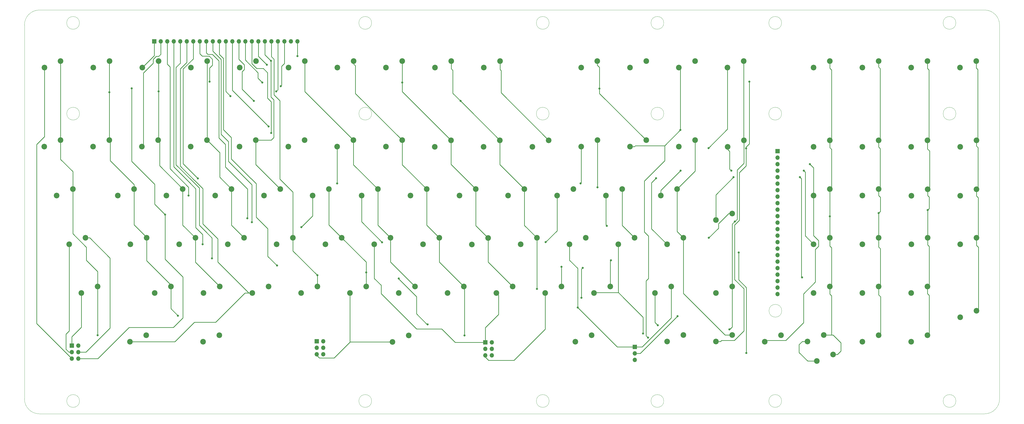
<source format=gbl>
G04 #@! TF.GenerationSoftware,KiCad,Pcbnew,(5.1.9)-1*
G04 #@! TF.CreationDate,2021-05-20T15:13:42-04:00*
G04 #@! TF.ProjectId,cbm2mx,63626d32-6d78-42e6-9b69-6361645f7063,rev?*
G04 #@! TF.SameCoordinates,Original*
G04 #@! TF.FileFunction,Copper,L2,Bot*
G04 #@! TF.FilePolarity,Positive*
%FSLAX46Y46*%
G04 Gerber Fmt 4.6, Leading zero omitted, Abs format (unit mm)*
G04 Created by KiCad (PCBNEW (5.1.9)-1) date 2021-05-20 15:13:42*
%MOMM*%
%LPD*%
G01*
G04 APERTURE LIST*
G04 #@! TA.AperFunction,Profile*
%ADD10C,0.050000*%
G04 #@! TD*
G04 #@! TA.AperFunction,ComponentPad*
%ADD11C,2.200000*%
G04 #@! TD*
G04 #@! TA.AperFunction,ComponentPad*
%ADD12O,1.700000X1.700000*%
G04 #@! TD*
G04 #@! TA.AperFunction,ComponentPad*
%ADD13R,1.700000X1.700000*%
G04 #@! TD*
G04 #@! TA.AperFunction,ViaPad*
%ADD14C,0.800000*%
G04 #@! TD*
G04 #@! TA.AperFunction,Conductor*
%ADD15C,0.250000*%
G04 #@! TD*
G04 APERTURE END LIST*
D10*
X370444400Y-164439600D02*
G75*
G03*
X370444400Y-164439600I-2500000J0D01*
G01*
X325702300Y-276783800D02*
G75*
G03*
X325702300Y-276783800I-2500000J0D01*
G01*
X484452300Y-164439600D02*
G75*
G03*
X484452300Y-164439600I-2500000J0D01*
G01*
X256436500Y-164439600D02*
G75*
G03*
X256436500Y-164439600I-2500000J0D01*
G01*
X142428600Y-164439600D02*
G75*
G03*
X142428600Y-164439600I-2500000J0D01*
G01*
X325689600Y-164439600D02*
G75*
G03*
X325689600Y-164439600I-2500000J0D01*
G01*
X501472200Y-275971000D02*
X501472200Y-129768600D01*
X120929400Y-275971000D02*
X120929400Y-130136900D01*
X126834900Y-281813000D02*
X126771400Y-281813000D01*
X495630200Y-281813000D02*
X126834900Y-281813000D01*
X126771400Y-123926600D02*
X495630200Y-123926600D01*
X256423800Y-128955800D02*
G75*
G03*
X256423800Y-128955800I-2500000J0D01*
G01*
X484439600Y-128955800D02*
G75*
G03*
X484439600Y-128955800I-2500000J0D01*
G01*
X370431700Y-128955800D02*
G75*
G03*
X370431700Y-128955800I-2500000J0D01*
G01*
X416481900Y-241503200D02*
G75*
G03*
X416481900Y-241503200I-2500000J0D01*
G01*
X120929400Y-130136900D02*
X120929400Y-129768600D01*
X370431700Y-276783800D02*
G75*
G03*
X370431700Y-276783800I-2500000J0D01*
G01*
X416418400Y-276783800D02*
G75*
G03*
X416418400Y-276783800I-2500000J0D01*
G01*
X142403200Y-128955800D02*
G75*
G03*
X142403200Y-128955800I-2500000J0D01*
G01*
X495630200Y-123926600D02*
G75*
G02*
X501472200Y-129768600I0J-5842000D01*
G01*
X325702300Y-128955800D02*
G75*
G03*
X325702300Y-128955800I-2500000J0D01*
G01*
X142428600Y-276783800D02*
G75*
G03*
X142428600Y-276783800I-2500000J0D01*
G01*
X416418400Y-164439600D02*
G75*
G03*
X416418400Y-164439600I-2500000J0D01*
G01*
X256423800Y-276783800D02*
G75*
G03*
X256423800Y-276783800I-2500000J0D01*
G01*
X484452300Y-276783800D02*
G75*
G03*
X484452300Y-276783800I-2500000J0D01*
G01*
X120929400Y-129768600D02*
G75*
G02*
X126771400Y-123926600I5842000J0D01*
G01*
X501472200Y-275971000D02*
G75*
G02*
X495630200Y-281813000I-5842000J0D01*
G01*
X416418400Y-128955800D02*
G75*
G03*
X416418400Y-128955800I-2500000J0D01*
G01*
X126771400Y-281813000D02*
G75*
G02*
X120929400Y-275971000I0J5842000D01*
G01*
D11*
X390791700Y-205994000D03*
X397141700Y-203454000D03*
X395363700Y-177380900D03*
X401713700Y-174840900D03*
X435254400Y-232016300D03*
X428904400Y-234556300D03*
X166890700Y-146418300D03*
X173240700Y-143878300D03*
X242963700Y-177342800D03*
X249313700Y-174802800D03*
X352704400Y-215506300D03*
X359054400Y-212966300D03*
X185915300Y-146418300D03*
X192265300Y-143878300D03*
X264528300Y-253682500D03*
X270878300Y-251142500D03*
D12*
X303314100Y-258953000D03*
X300774100Y-258953000D03*
X303314100Y-256413000D03*
X300774100Y-256413000D03*
X303314100Y-253873000D03*
D13*
X300774100Y-253873000D03*
D12*
X237553500Y-258508500D03*
X235013500Y-258508500D03*
X237553500Y-255968500D03*
X235013500Y-255968500D03*
X237553500Y-253428500D03*
D13*
X235013500Y-253428500D03*
D11*
X143129000Y-234581700D03*
X149479000Y-232041700D03*
X436524400Y-258635500D03*
X430174400Y-261175500D03*
X426504100Y-253542800D03*
X432854100Y-251002800D03*
D12*
X359117900Y-260705600D03*
X359117900Y-258165600D03*
D13*
X359117900Y-255625600D03*
D11*
X409816300Y-253580900D03*
X416166300Y-251040900D03*
X371741700Y-253555500D03*
X378091700Y-251015500D03*
X390804400Y-253555500D03*
X397154400Y-251015500D03*
X369277900Y-196481700D03*
X375627900Y-193941700D03*
X486092500Y-244055900D03*
X492442500Y-241515900D03*
X335915000Y-253619000D03*
X342265000Y-251079000D03*
X190665100Y-253644400D03*
X197015100Y-251104400D03*
X366991900Y-234569000D03*
X373341900Y-232029000D03*
X138430000Y-215480900D03*
X144780000Y-212940900D03*
D12*
X227444300Y-136156700D03*
X224904300Y-136156700D03*
X222364300Y-136156700D03*
X219824300Y-136156700D03*
X217284300Y-136156700D03*
X214744300Y-136156700D03*
X212204300Y-136156700D03*
X209664300Y-136156700D03*
X207124300Y-136156700D03*
X204584300Y-136156700D03*
X202044300Y-136156700D03*
X199504300Y-136156700D03*
X196964300Y-136156700D03*
X194424300Y-136156700D03*
X191884300Y-136156700D03*
X189344300Y-136156700D03*
X186804300Y-136156700D03*
X184264300Y-136156700D03*
X181724300Y-136156700D03*
X179184300Y-136156700D03*
X176644300Y-136156700D03*
X174104300Y-136156700D03*
D13*
X171564300Y-136156700D03*
D12*
X414845500Y-235013500D03*
X414845500Y-232473500D03*
X414845500Y-229933500D03*
X414845500Y-227393500D03*
X414845500Y-224853500D03*
X414845500Y-222313500D03*
X414845500Y-219773500D03*
X414845500Y-217233500D03*
X414845500Y-214693500D03*
X414845500Y-212153500D03*
X414845500Y-209613500D03*
X414845500Y-207073500D03*
X414845500Y-204533500D03*
X414845500Y-201993500D03*
X414845500Y-199453500D03*
X414845500Y-196913500D03*
X414845500Y-194373500D03*
X414845500Y-191833500D03*
X414845500Y-189293500D03*
X414845500Y-186753500D03*
X414845500Y-184213500D03*
X414845500Y-181673500D03*
D13*
X414845500Y-179133500D03*
D11*
X162077400Y-253606300D03*
X168427400Y-251066300D03*
X133464300Y-196481700D03*
X139814300Y-193941700D03*
X209829400Y-234556300D03*
X216179400Y-232016300D03*
X190766700Y-234569000D03*
X197116700Y-232029000D03*
X357276400Y-177368200D03*
X363626400Y-174828200D03*
X486079800Y-146418300D03*
X492429800Y-143878300D03*
X338251800Y-146418300D03*
X344436300Y-143878300D03*
X262051800Y-146418300D03*
X268401800Y-143878300D03*
X224002600Y-146418300D03*
X230352600Y-143878300D03*
X467029800Y-253606300D03*
X473379800Y-251066300D03*
X447967100Y-253619000D03*
X454317100Y-251079000D03*
X371754400Y-215544400D03*
X378104400Y-213004400D03*
X343204800Y-234594400D03*
X349554800Y-232054400D03*
X324142100Y-234569000D03*
X330492100Y-232029000D03*
X267004800Y-234581700D03*
X273354800Y-232041700D03*
X247942100Y-234581700D03*
X254292100Y-232041700D03*
X228879400Y-234569000D03*
X235229400Y-232029000D03*
X181292500Y-215531700D03*
X187642500Y-212991700D03*
X376326400Y-177368200D03*
X382676400Y-174828200D03*
X176352200Y-196481700D03*
X182702200Y-193941700D03*
X166763700Y-177317400D03*
X173113700Y-174777400D03*
X428917100Y-146418300D03*
X435267100Y-143878300D03*
D12*
X141947900Y-260235700D03*
X139407900Y-260235700D03*
X141947900Y-257695700D03*
X139407900Y-257695700D03*
X141947900Y-255155700D03*
D13*
X139407900Y-255155700D03*
D11*
X473379800Y-143878300D03*
X467029800Y-146418300D03*
X244779800Y-212991700D03*
X238429800Y-215531700D03*
X390791700Y-234556300D03*
X397141700Y-232016300D03*
X239750600Y-193941700D03*
X233400600Y-196481700D03*
X305092100Y-234581700D03*
X311442100Y-232041700D03*
X219379800Y-215544400D03*
X225729800Y-213004400D03*
X147815300Y-146418300D03*
X154165300Y-143878300D03*
X292404800Y-232041700D03*
X286054800Y-234581700D03*
X257429000Y-215531700D03*
X263779000Y-212991700D03*
X135013300Y-143878300D03*
X128752600Y-146418300D03*
X211315300Y-143878300D03*
X204965300Y-146418300D03*
X249389900Y-143878300D03*
X243039900Y-146418300D03*
X287464500Y-143878300D03*
X281114500Y-146418300D03*
X300189900Y-146418300D03*
X306539900Y-143878300D03*
X357238300Y-146405600D03*
X363588300Y-143865600D03*
X447979800Y-146418300D03*
X454329800Y-143878300D03*
X135013700Y-174764700D03*
X128663700Y-177304700D03*
X147713700Y-177304700D03*
X154063700Y-174764700D03*
X185801000Y-177330100D03*
X192151000Y-174790100D03*
X211201000Y-174802800D03*
X204851000Y-177342800D03*
X223901000Y-177355500D03*
X230251000Y-174815500D03*
X268376400Y-174828200D03*
X262026400Y-177368200D03*
X281089100Y-177380900D03*
X287439100Y-174840900D03*
X306489100Y-174840900D03*
X300139100Y-177380900D03*
X319176400Y-177380900D03*
X325526400Y-174840900D03*
X376275600Y-146392900D03*
X382625600Y-143852900D03*
X435229000Y-174879000D03*
X428879000Y-177419000D03*
X447903600Y-177419000D03*
X454253600Y-174879000D03*
X473379800Y-174879000D03*
X467029800Y-177419000D03*
X486092500Y-177393600D03*
X492442500Y-174853600D03*
X157327600Y-196481700D03*
X163677600Y-193941700D03*
X195414900Y-196481700D03*
X201764900Y-193941700D03*
X220789500Y-193941700D03*
X214439500Y-196481700D03*
X277914100Y-193941700D03*
X271564100Y-196481700D03*
X290753800Y-196481700D03*
X297103800Y-193941700D03*
X316064900Y-193941700D03*
X309714900Y-196481700D03*
X338226400Y-177368200D03*
X344576400Y-174828200D03*
X395312900Y-146418300D03*
X401662900Y-143878300D03*
X435229000Y-193941700D03*
X428879000Y-196481700D03*
X447954400Y-196469000D03*
X454304400Y-193929000D03*
X473417900Y-193967100D03*
X467067900Y-196507100D03*
X486105200Y-196507100D03*
X492455200Y-193967100D03*
X162255200Y-215506300D03*
X168605200Y-212966300D03*
X200329800Y-215531700D03*
X206679800Y-212991700D03*
X252488700Y-196481700D03*
X258838700Y-193941700D03*
X282829000Y-212979000D03*
X276479000Y-215519000D03*
X295529000Y-215557100D03*
X301879000Y-213017100D03*
X320941700Y-213004400D03*
X314591700Y-215544400D03*
X328790300Y-196481700D03*
X335140300Y-193941700D03*
X435267100Y-212953600D03*
X428917100Y-215493600D03*
X447967100Y-215493600D03*
X454317100Y-212953600D03*
X473405200Y-212991700D03*
X467055200Y-215531700D03*
X486105200Y-215531700D03*
X492455200Y-212991700D03*
X171716700Y-234569000D03*
X178066700Y-232029000D03*
X340004400Y-212991700D03*
X333654400Y-215531700D03*
X347853000Y-196481700D03*
X354203000Y-193941700D03*
X447967100Y-234530900D03*
X454317100Y-231990900D03*
X473354400Y-232003600D03*
X467004400Y-234543600D03*
D14*
X376923300Y-170840400D03*
X364261400Y-252031500D03*
X154063700Y-156108400D03*
X180835300Y-243459000D03*
X220967300Y-153746200D03*
X184975500Y-196481700D03*
X242951000Y-191744600D03*
X337972400Y-191757300D03*
X387870700Y-177888900D03*
X427469300Y-184188100D03*
X190449200Y-215531700D03*
X260489700Y-214718900D03*
X324307200Y-214706200D03*
X425094400Y-186740800D03*
X396786100Y-186753500D03*
X376948700Y-186766200D03*
X228955600Y-208864200D03*
X348221300Y-208330800D03*
X194132200Y-221030800D03*
X424383200Y-228447600D03*
X397675100Y-189306200D03*
X423557700Y-189306200D03*
X336867500Y-240220500D03*
X367430050Y-189706250D03*
X362356400Y-250405900D03*
X173240700Y-155714700D03*
X219176600Y-155778200D03*
X235267500Y-227634800D03*
X217119200Y-143814800D03*
X254279400Y-226555300D03*
X338785200Y-224701100D03*
X215569800Y-145351500D03*
X338289900Y-236435900D03*
X292620700Y-251142500D03*
X217246200Y-171970700D03*
X399707100Y-218694000D03*
X402678900Y-258025900D03*
X268401800Y-152285700D03*
X330530200Y-224320100D03*
X213766400Y-152285700D03*
X320967100Y-232956100D03*
X349821500Y-221792800D03*
X291096700Y-159448500D03*
X210477100Y-159448500D03*
X344563700Y-193230500D03*
X216192100Y-169443400D03*
X388035800Y-213004400D03*
X201307700Y-157581600D03*
X345351100Y-154635200D03*
X149517100Y-251066300D03*
X368096800Y-247192800D03*
X227444300Y-141922500D03*
X402564600Y-177977800D03*
X403860000Y-151892000D03*
X396049500Y-248818400D03*
X219494100Y-223837500D03*
X398195800Y-206654400D03*
X278231600Y-246799100D03*
X266979400Y-228866700D03*
X435229000Y-204571600D03*
X209715100Y-206857600D03*
X454317100Y-203327000D03*
X207924400Y-205359000D03*
X473417900Y-202095100D03*
X175856900Y-203911200D03*
X162788600Y-154559000D03*
X193179700Y-151917400D03*
X188607700Y-189750700D03*
X375805700Y-243624100D03*
D15*
X376923300Y-146431000D02*
X376923300Y-152031700D01*
X376923300Y-152031700D02*
X376923300Y-162839400D01*
X376923300Y-162839400D02*
X376923300Y-170840400D01*
X357276400Y-177368200D02*
X358940100Y-177368200D01*
X358940100Y-177368200D02*
X359359200Y-176949100D01*
X370814600Y-176949100D02*
X376923300Y-170840400D01*
X359359200Y-176949100D02*
X370814600Y-176949100D01*
X370814600Y-176949100D02*
X370814600Y-182867300D01*
X370814600Y-182867300D02*
X362864400Y-190817500D01*
X362864400Y-190817500D02*
X362864400Y-210680300D01*
X362864400Y-210680300D02*
X364464600Y-212280500D01*
X364464600Y-212280500D02*
X364464600Y-222465900D01*
X167335200Y-176745900D02*
X166763700Y-177317400D01*
X171164250Y-144722850D02*
X167335200Y-148551900D01*
X171164250Y-143236950D02*
X171164250Y-144722850D01*
X167335200Y-148551900D02*
X167335200Y-176745900D01*
X172339000Y-142062200D02*
X171164250Y-143236950D01*
X173266100Y-142062200D02*
X172339000Y-142062200D01*
X174104300Y-141224000D02*
X173266100Y-142062200D01*
X174104300Y-136156700D02*
X174104300Y-141224000D01*
X364464600Y-222465900D02*
X364464600Y-228930200D01*
X364464600Y-228930200D02*
X363562900Y-229831900D01*
X363562900Y-251333000D02*
X364261400Y-252031500D01*
X363562900Y-229831900D02*
X363562900Y-251333000D01*
X163677600Y-193941700D02*
X163677600Y-192138300D01*
X163677600Y-192138300D02*
X154406600Y-182867300D01*
X154406600Y-175107600D02*
X154063700Y-174764700D01*
X154406600Y-182867300D02*
X154406600Y-175107600D01*
X154063700Y-143992600D02*
X154165300Y-143891000D01*
X168605200Y-212966300D02*
X168605200Y-212826600D01*
X163677600Y-207899000D02*
X163677600Y-193941700D01*
X168605200Y-212826600D02*
X163677600Y-207899000D01*
X178066700Y-232029000D02*
X178066700Y-231406700D01*
X168605200Y-221945200D02*
X168605200Y-212966300D01*
X178066700Y-231406700D02*
X168605200Y-221945200D01*
X154063700Y-174764700D02*
X154063700Y-163906200D01*
X154063700Y-163906200D02*
X154063700Y-158178500D01*
X154063700Y-156108400D02*
X154063700Y-143992600D01*
X154063700Y-158178500D02*
X154063700Y-156108400D01*
X178066700Y-240690400D02*
X180835300Y-243459000D01*
X178066700Y-232029000D02*
X178066700Y-240690400D01*
X221322900Y-153390600D02*
X220967300Y-153746200D01*
X221322900Y-145897600D02*
X221322900Y-153390600D01*
X222364300Y-144856200D02*
X221322900Y-145897600D01*
X222364300Y-136156700D02*
X222364300Y-144856200D01*
X242963700Y-191731900D02*
X242963700Y-177342800D01*
X242951000Y-191744600D02*
X242963700Y-191731900D01*
X338226400Y-191503300D02*
X337972400Y-191757300D01*
X338226400Y-177368200D02*
X338226400Y-191503300D01*
X428879000Y-196481700D02*
X428879000Y-189547500D01*
X395312900Y-170446700D02*
X387870700Y-177888900D01*
X395312900Y-146431000D02*
X395312900Y-170446700D01*
X428879000Y-212166200D02*
X428879000Y-196481700D01*
X430822100Y-214109300D02*
X428879000Y-212166200D01*
X429590200Y-230263700D02*
X429590200Y-217525600D01*
X424967400Y-234886500D02*
X429590200Y-230263700D01*
X430822100Y-216293700D02*
X430822100Y-214109300D01*
X424967400Y-246176800D02*
X424967400Y-234886500D01*
X418033200Y-253111000D02*
X424967400Y-246176800D01*
X410286200Y-253111000D02*
X418033200Y-253111000D01*
X429590200Y-217525600D02*
X430822100Y-216293700D01*
X409816300Y-253580900D02*
X410286200Y-253111000D01*
X428879000Y-185597800D02*
X427469300Y-184188100D01*
X428879000Y-189547500D02*
X428879000Y-185597800D01*
X176644300Y-145034000D02*
X176644300Y-136156700D01*
X177761900Y-146151600D02*
X176644300Y-145034000D01*
X177761900Y-185991500D02*
X177761900Y-146151600D01*
X184975500Y-193205100D02*
X177761900Y-185991500D01*
X184975500Y-196481700D02*
X184975500Y-193205100D01*
X425653200Y-212229700D02*
X428917100Y-215493600D01*
X252488700Y-206717900D02*
X260489700Y-214718900D01*
X252488700Y-196481700D02*
X252488700Y-206717900D01*
X328790300Y-196481700D02*
X328790300Y-210223100D01*
X328790300Y-210223100D02*
X324307200Y-214706200D01*
X425653200Y-190080900D02*
X425653200Y-212229700D01*
X233400600Y-196481700D02*
X233400600Y-204419200D01*
X425653200Y-187299600D02*
X425094400Y-186740800D01*
X425653200Y-190080900D02*
X425653200Y-187299600D01*
X190449200Y-211709000D02*
X190449200Y-215531700D01*
X187769500Y-193802000D02*
X187769500Y-209029300D01*
X187769500Y-209029300D02*
X190449200Y-211709000D01*
X185521600Y-191554100D02*
X187769500Y-193802000D01*
X185521600Y-191528700D02*
X185521600Y-191554100D01*
X179184300Y-185191400D02*
X185521600Y-191528700D01*
X179184300Y-136156700D02*
X179184300Y-185191400D01*
X395363700Y-177380900D02*
X395363700Y-178396900D01*
X395363700Y-178396900D02*
X396163800Y-179197000D01*
X396163800Y-186131200D02*
X396786100Y-186753500D01*
X396163800Y-179197000D02*
X396163800Y-186131200D01*
X369277900Y-194437000D02*
X376948700Y-186766200D01*
X369277900Y-196481700D02*
X369277900Y-194437000D01*
X233400600Y-204419200D02*
X228955600Y-208864200D01*
X300774100Y-253873000D02*
X300774100Y-248132600D01*
X300774100Y-248132600D02*
X305930300Y-242976400D01*
X305930300Y-235419900D02*
X305092100Y-234581700D01*
X305930300Y-242976400D02*
X305930300Y-235419900D01*
X139407900Y-255155700D02*
X139407900Y-251675900D01*
X143129000Y-247954800D02*
X143129000Y-234581700D01*
X139407900Y-251675900D02*
X143129000Y-247954800D01*
X257429000Y-215531700D02*
X257429000Y-228866700D01*
X257429000Y-228866700D02*
X260108700Y-231546400D01*
X289039300Y-253873000D02*
X300774100Y-253873000D01*
X283756100Y-248589800D02*
X289039300Y-253873000D01*
X347853000Y-207962500D02*
X348221300Y-208330800D01*
X347853000Y-196481700D02*
X347853000Y-207962500D01*
X424383200Y-228447600D02*
X424116500Y-228180900D01*
X424116500Y-228180900D02*
X424116500Y-192430400D01*
X390791700Y-196189600D02*
X397675100Y-189306200D01*
X390791700Y-205994000D02*
X390791700Y-196189600D01*
X424116500Y-189865000D02*
X423557700Y-189306200D01*
X424116500Y-192430400D02*
X424116500Y-189865000D01*
X181724300Y-144691100D02*
X181724300Y-136156700D01*
X180086000Y-146329400D02*
X181724300Y-144691100D01*
X189179200Y-193522600D02*
X186055000Y-190398400D01*
X189179200Y-208089500D02*
X189179200Y-193522600D01*
X186055000Y-190373000D02*
X180086000Y-184404000D01*
X191795400Y-210705700D02*
X189179200Y-208089500D01*
X186055000Y-190398400D02*
X186055000Y-190373000D01*
X191820800Y-210705700D02*
X191795400Y-210705700D01*
X180086000Y-184404000D02*
X180086000Y-146329400D01*
X194132200Y-213017100D02*
X191820800Y-210705700D01*
X194132200Y-221030800D02*
X194132200Y-213017100D01*
X260108700Y-234784900D02*
X273913600Y-248589800D01*
X260108700Y-231546400D02*
X260108700Y-234784900D01*
X273913600Y-248589800D02*
X283756100Y-248589800D01*
X373341900Y-232029000D02*
X373341900Y-244284500D01*
X362000800Y-255625600D02*
X359117900Y-255625600D01*
X373341900Y-244284500D02*
X362000800Y-255625600D01*
X352272600Y-255625600D02*
X359117900Y-255625600D01*
X336867500Y-240220500D02*
X352272600Y-255625600D01*
X336829400Y-240182400D02*
X336867500Y-240220500D01*
X336829400Y-224929700D02*
X336829400Y-240182400D01*
X333654400Y-221754700D02*
X336829400Y-224929700D01*
X333654400Y-215531700D02*
X333654400Y-221754700D01*
X430174400Y-261175500D02*
X426618400Y-261175500D01*
X426618400Y-261175500D02*
X423252900Y-257810000D01*
X423252900Y-257810000D02*
X423252900Y-254736600D01*
X424446700Y-253542800D02*
X426504100Y-253542800D01*
X423252900Y-254736600D02*
X424446700Y-253542800D01*
X300774100Y-258953000D02*
X300774100Y-259626100D01*
X352704400Y-215506300D02*
X352704400Y-232892600D01*
X343420700Y-234378500D02*
X343204800Y-234594400D01*
X209854800Y-234581700D02*
X209829400Y-234556300D01*
X350126300Y-234378500D02*
X343420700Y-234378500D01*
X351218500Y-234378500D02*
X350126300Y-234378500D01*
X365671100Y-209461100D02*
X371754400Y-215544400D01*
X365671100Y-194157600D02*
X365671100Y-196227700D01*
X365671100Y-196227700D02*
X365671100Y-209461100D01*
X311937400Y-260921500D02*
X324142100Y-248716800D01*
X302069500Y-260921500D02*
X311937400Y-260921500D01*
X324142100Y-248716800D02*
X324142100Y-234569000D01*
X300774100Y-259626100D02*
X302069500Y-260921500D01*
X365671100Y-191465200D02*
X365671100Y-194157600D01*
X367430050Y-189706250D02*
X365671100Y-191465200D01*
X264528300Y-253682500D02*
X256768600Y-253682500D01*
X248056400Y-253682500D02*
X247942100Y-253796800D01*
X256768600Y-253682500D02*
X248056400Y-253682500D01*
X247942100Y-253796800D02*
X247942100Y-234581700D01*
X235013500Y-258953000D02*
X236004100Y-259943600D01*
X235013500Y-258508500D02*
X235013500Y-258953000D01*
X241795300Y-259943600D02*
X248056400Y-253682500D01*
X239585500Y-259943600D02*
X241795300Y-259943600D01*
X236004100Y-259943600D02*
X239585500Y-259943600D01*
X187223400Y-245973600D02*
X179590700Y-253606300D01*
X179590700Y-253606300D02*
X162077400Y-253606300D01*
X195529200Y-245973600D02*
X187223400Y-245973600D01*
X206946500Y-234556300D02*
X195529200Y-245973600D01*
X209829400Y-234556300D02*
X206946500Y-234556300D01*
X184264300Y-144399000D02*
X184264300Y-136156700D01*
X181724300Y-184962800D02*
X181724300Y-146939000D01*
X187274200Y-190512700D02*
X181724300Y-184962800D01*
X187337700Y-190512700D02*
X187274200Y-190512700D01*
X190550800Y-193725800D02*
X187337700Y-190512700D01*
X190550800Y-207518000D02*
X190550800Y-193725800D01*
X196424550Y-213391750D02*
X190550800Y-207518000D01*
X196424550Y-222484950D02*
X196424550Y-213391750D01*
X208495900Y-234556300D02*
X196424550Y-222484950D01*
X181724300Y-146939000D02*
X184264300Y-144399000D01*
X209829400Y-234556300D02*
X208495900Y-234556300D01*
X352704400Y-234340400D02*
X354838000Y-236474000D01*
X352704400Y-232892600D02*
X352704400Y-234340400D01*
X352666300Y-234378500D02*
X352704400Y-234340400D01*
X351218500Y-234378500D02*
X352666300Y-234378500D01*
X354838000Y-236474000D02*
X354838000Y-236486700D01*
X362356400Y-244005100D02*
X362356400Y-250405900D01*
X354838000Y-236486700D02*
X362356400Y-244005100D01*
X173240700Y-174650400D02*
X173113700Y-174777400D01*
X197116700Y-232029000D02*
X197116700Y-232016300D01*
X187642500Y-222542100D02*
X187642500Y-212991700D01*
X197116700Y-232016300D02*
X187642500Y-222542100D01*
X182702200Y-208051400D02*
X187642500Y-212991700D01*
X182702200Y-193941700D02*
X182702200Y-208051400D01*
X173697900Y-175361600D02*
X173113700Y-174777400D01*
X173697900Y-184810400D02*
X173697900Y-175361600D01*
X182702200Y-193814700D02*
X173697900Y-184810400D01*
X182702200Y-193941700D02*
X182702200Y-193814700D01*
X173240700Y-161899600D02*
X173240700Y-174650400D01*
X173240700Y-157378400D02*
X173240700Y-161899600D01*
X173240700Y-155714700D02*
X173240700Y-157378400D01*
X173240700Y-143891000D02*
X173240700Y-155714700D01*
X219824300Y-136156700D02*
X219824300Y-144703800D01*
X219824300Y-155130500D02*
X219176600Y-155778200D01*
X219824300Y-144703800D02*
X219824300Y-155130500D01*
X201764900Y-208076800D02*
X206679800Y-212991700D01*
X201764900Y-193941700D02*
X201764900Y-208076800D01*
X192151000Y-174790100D02*
X192278000Y-174790100D01*
X192278000Y-174790100D02*
X197091300Y-179603400D01*
X235267500Y-231990900D02*
X235229400Y-232029000D01*
X235267500Y-227634800D02*
X235267500Y-231990900D01*
X225729800Y-218097100D02*
X235267500Y-227634800D01*
X225729800Y-213004400D02*
X225729800Y-218097100D01*
X197091300Y-179603400D02*
X197129400Y-179603400D01*
X197129400Y-189306200D02*
X201764900Y-193941700D01*
X197129400Y-179603400D02*
X197129400Y-189306200D01*
X220649800Y-189992000D02*
X225729800Y-195072000D01*
X220649800Y-189344300D02*
X220649800Y-189992000D01*
X220637100Y-189331600D02*
X220649800Y-189344300D01*
X220637100Y-159397700D02*
X220637100Y-189331600D01*
X218363800Y-157124400D02*
X220637100Y-159397700D01*
X225729800Y-195072000D02*
X225729800Y-213004400D01*
X218363800Y-143205200D02*
X218363800Y-157124400D01*
X217284300Y-142125700D02*
X218363800Y-143205200D01*
X217284300Y-136156700D02*
X217284300Y-142125700D01*
X192265300Y-174675800D02*
X192151000Y-174790100D01*
X192265300Y-143891000D02*
X192265300Y-174675800D01*
X211201000Y-184353200D02*
X220789500Y-193941700D01*
X211201000Y-174802800D02*
X211201000Y-184353200D01*
X239750600Y-207962500D02*
X244779800Y-212991700D01*
X239750600Y-193941700D02*
X239750600Y-207962500D01*
X217284300Y-143649700D02*
X217119200Y-143814800D01*
X254292100Y-227723700D02*
X254292100Y-232041700D01*
X254292100Y-227723700D02*
X254292100Y-227622100D01*
X254279400Y-227711000D02*
X254292100Y-227723700D01*
X254279400Y-226555300D02*
X254279400Y-227711000D01*
X254279400Y-222491300D02*
X244779800Y-212991700D01*
X254279400Y-226555300D02*
X254279400Y-222491300D01*
X214744300Y-141439900D02*
X217119200Y-143814800D01*
X214744300Y-136156700D02*
X214744300Y-141439900D01*
X217233500Y-174802800D02*
X211201000Y-174802800D01*
X218262200Y-173774100D02*
X217233500Y-174802800D01*
X218262200Y-159042100D02*
X218262200Y-173774100D01*
X217119200Y-157899100D02*
X218262200Y-159042100D01*
X217119200Y-143814800D02*
X217119200Y-157899100D01*
X230352600Y-174713900D02*
X230251000Y-174815500D01*
X263779000Y-222465900D02*
X273354800Y-232041700D01*
X263779000Y-212991700D02*
X263779000Y-222465900D01*
X249313700Y-184416700D02*
X258838700Y-193941700D01*
X249313700Y-174802800D02*
X249313700Y-184416700D01*
X258838700Y-208051400D02*
X263779000Y-212991700D01*
X258838700Y-193941700D02*
X258838700Y-208051400D01*
X230352600Y-143891000D02*
X230352600Y-151599900D01*
X230352600Y-151244300D02*
X230327200Y-151218900D01*
X230352600Y-151599900D02*
X230352600Y-151244300D01*
X242836700Y-168325800D02*
X249313700Y-174802800D01*
X230327200Y-155816300D02*
X242836700Y-168325800D01*
X338289900Y-225196400D02*
X338785200Y-224701100D01*
X338289900Y-227266500D02*
X338289900Y-225196400D01*
X338289900Y-226974400D02*
X338289900Y-227266500D01*
X230327200Y-151218900D02*
X230327200Y-153809700D01*
X230327200Y-153809700D02*
X230327200Y-155816300D01*
X212204300Y-141986000D02*
X215569800Y-145351500D01*
X212204300Y-136156700D02*
X212204300Y-141986000D01*
X338289900Y-227266500D02*
X338289900Y-236435900D01*
X292620700Y-232257600D02*
X292404800Y-232041700D01*
X292620700Y-251142500D02*
X292620700Y-232257600D01*
X282829000Y-222465900D02*
X292404800Y-232041700D01*
X282829000Y-212979000D02*
X282829000Y-222465900D01*
X277914100Y-208064100D02*
X282829000Y-212979000D01*
X277914100Y-193941700D02*
X277914100Y-208064100D01*
X268376400Y-184404000D02*
X277914100Y-193941700D01*
X268376400Y-174828200D02*
X268376400Y-184404000D01*
X217246200Y-159791400D02*
X217246200Y-171970700D01*
X215823800Y-158369000D02*
X217246200Y-159791400D01*
X215823800Y-148463000D02*
X215823800Y-158369000D01*
X214166450Y-146805650D02*
X215823800Y-148463000D01*
X211588350Y-146805650D02*
X214166450Y-146805650D01*
X209664300Y-144881600D02*
X211588350Y-146805650D01*
X209664300Y-136156700D02*
X209664300Y-144881600D01*
X249389900Y-143891000D02*
X249389900Y-144995900D01*
X249389900Y-144995900D02*
X250101100Y-145707100D01*
X250101100Y-156552900D02*
X268376400Y-174828200D01*
X250101100Y-145707100D02*
X250101100Y-156552900D01*
X399707100Y-229438200D02*
X402678900Y-232410000D01*
X402678900Y-232410000D02*
X402678900Y-258025900D01*
X399707100Y-218694000D02*
X399707100Y-229438200D01*
X301879000Y-222478600D02*
X311442100Y-232041700D01*
X301879000Y-213017100D02*
X301879000Y-222478600D01*
X287439100Y-184277000D02*
X297103800Y-193941700D01*
X287439100Y-174840900D02*
X287439100Y-184277000D01*
X297103800Y-208241900D02*
X301879000Y-213017100D01*
X297103800Y-193941700D02*
X297103800Y-208241900D01*
X268401800Y-155803600D02*
X287439100Y-174840900D01*
X330492100Y-226860100D02*
X330492100Y-232029000D01*
X268401800Y-152285700D02*
X268401800Y-155803600D01*
X268401800Y-143891000D02*
X268401800Y-152285700D01*
X330492100Y-224358200D02*
X330492100Y-226860100D01*
X330530200Y-224320100D02*
X330492100Y-224358200D01*
X212090000Y-148437600D02*
X212090000Y-150609300D01*
X207124300Y-143471900D02*
X212090000Y-148437600D01*
X207124300Y-136156700D02*
X207124300Y-143471900D01*
X212090000Y-150609300D02*
X213766400Y-152285700D01*
X320941700Y-213004400D02*
X320941700Y-218490800D01*
X320941700Y-228180900D02*
X320941700Y-218490800D01*
X316064900Y-208127600D02*
X320941700Y-213004400D01*
X316064900Y-193941700D02*
X316064900Y-208127600D01*
X306489100Y-184365900D02*
X316064900Y-193941700D01*
X306489100Y-174840900D02*
X306489100Y-184365900D01*
X294747950Y-163099750D02*
X306489100Y-174840900D01*
X320941700Y-232930700D02*
X320941700Y-228180900D01*
X320967100Y-232956100D02*
X320941700Y-232930700D01*
X349554800Y-222059500D02*
X349554800Y-232054400D01*
X349821500Y-221792800D02*
X349554800Y-222059500D01*
X205879700Y-151003000D02*
X205879700Y-154851100D01*
X205879700Y-148031200D02*
X205879700Y-151003000D01*
X204584300Y-136156700D02*
X204584300Y-143179800D01*
X206705200Y-145300700D02*
X206705200Y-147205700D01*
X204584300Y-143179800D02*
X206705200Y-145300700D01*
X205879700Y-148031200D02*
X206705200Y-147205700D01*
X287464500Y-143891000D02*
X287464500Y-146850100D01*
X287464500Y-146850100D02*
X288124900Y-147510500D01*
X288124900Y-147510500D02*
X288124900Y-156476700D01*
X291109400Y-159461200D02*
X291096700Y-159448500D01*
X288124900Y-156476700D02*
X291109400Y-159461200D01*
X291109400Y-159461200D02*
X294747950Y-163099750D01*
X205879700Y-154851100D02*
X210477100Y-159448500D01*
X354203000Y-208114900D02*
X359054400Y-212966300D01*
X354203000Y-193941700D02*
X354203000Y-208114900D01*
X344576400Y-193217800D02*
X344563700Y-193230500D01*
X344576400Y-188048900D02*
X344576400Y-193217800D01*
X344576400Y-186182000D02*
X344576400Y-188048900D01*
X344576400Y-174828200D02*
X344576400Y-186182000D01*
X202044300Y-136156700D02*
X202044300Y-145973800D01*
X306539900Y-143891000D02*
X306539900Y-147193000D01*
X306959000Y-147612100D02*
X306959000Y-156273500D01*
X306539900Y-147193000D02*
X306959000Y-147612100D01*
X306959000Y-156273500D02*
X325526400Y-174840900D01*
X202044300Y-155295600D02*
X216192100Y-169443400D01*
X202044300Y-145973800D02*
X202044300Y-155295600D01*
X375627900Y-210527900D02*
X378104400Y-213004400D01*
X375627900Y-193941700D02*
X375627900Y-210527900D01*
X382676400Y-186893200D02*
X375627900Y-193941700D01*
X382676400Y-174828200D02*
X382676400Y-186893200D01*
X397141700Y-203454000D02*
X395820900Y-203454000D01*
X395820900Y-203454000D02*
X391833100Y-207441800D01*
X391833100Y-209207100D02*
X388035800Y-213004400D01*
X391833100Y-207441800D02*
X391833100Y-209207100D01*
X344436300Y-143891000D02*
X344436300Y-145452700D01*
X344436300Y-145452700D02*
X345351100Y-146367500D01*
X345351100Y-146367500D02*
X345351100Y-154635200D01*
X345351100Y-156552900D02*
X363626400Y-174828200D01*
X345351100Y-154635200D02*
X345351100Y-156552900D01*
X199504300Y-155778200D02*
X201307700Y-157581600D01*
X199504300Y-136156700D02*
X199504300Y-155778200D01*
X394385800Y-251015500D02*
X397154400Y-251015500D01*
X378104400Y-234734100D02*
X394385800Y-251015500D01*
X378104400Y-213004400D02*
X378104400Y-234734100D01*
X135013300Y-174764300D02*
X135013700Y-174764700D01*
X135013300Y-143891000D02*
X135013300Y-174764300D01*
X149479000Y-251028200D02*
X149517100Y-251066300D01*
X149479000Y-232041700D02*
X149479000Y-251028200D01*
X149479000Y-232041700D02*
X149479000Y-226187000D01*
X149479000Y-226187000D02*
X145110200Y-221818200D01*
X145110200Y-221818200D02*
X145110200Y-216674700D01*
X139814300Y-211378800D02*
X139814300Y-193941700D01*
X145110200Y-216674700D02*
X139814300Y-211378800D01*
X139814300Y-193941700D02*
X139814300Y-187096400D01*
X135013700Y-182295800D02*
X135013700Y-174764700D01*
X139814300Y-187096400D02*
X135013700Y-182295800D01*
X366991900Y-246087900D02*
X368096800Y-247192800D01*
X366991900Y-234569000D02*
X366991900Y-246087900D01*
X227444300Y-141922500D02*
X227444300Y-136156700D01*
X128752600Y-146431000D02*
X128752600Y-173418500D01*
X128752600Y-173418500D02*
X125679200Y-176491900D01*
X125679200Y-246507000D02*
X139407900Y-260235700D01*
X125679200Y-176491900D02*
X125679200Y-246507000D01*
X171564300Y-141757400D02*
X166890700Y-146431000D01*
X171564300Y-136156700D02*
X171564300Y-141757400D01*
X399935700Y-206121000D02*
X399935700Y-187477400D01*
X398106900Y-207949800D02*
X399935700Y-206121000D01*
X398106900Y-229273100D02*
X398106900Y-207949800D01*
X401701000Y-232867200D02*
X398106900Y-229273100D01*
X398018000Y-253072900D02*
X401701000Y-249389900D01*
X393026900Y-253072900D02*
X398018000Y-253072900D01*
X392544300Y-253555500D02*
X393026900Y-253072900D01*
X401701000Y-249389900D02*
X401701000Y-232867200D01*
X390804400Y-253555500D02*
X392544300Y-253555500D01*
X402564600Y-184848500D02*
X402329650Y-185083450D01*
X402564600Y-177977800D02*
X402564600Y-184848500D01*
X399935700Y-187477400D02*
X402329650Y-185083450D01*
X402564600Y-177977800D02*
X402564600Y-177533300D01*
X403860000Y-176237900D02*
X403860000Y-151892000D01*
X402564600Y-177533300D02*
X403860000Y-176237900D01*
X396049500Y-248818400D02*
X396506700Y-248361200D01*
X396049500Y-248818400D02*
X396201900Y-248818400D01*
X397141700Y-247878600D02*
X397141700Y-232016300D01*
X396201900Y-248818400D02*
X397141700Y-247878600D01*
X401662900Y-174790100D02*
X401713700Y-174840900D01*
X401662900Y-143891000D02*
X401662900Y-174790100D01*
X397141700Y-222123000D02*
X397141700Y-232016300D01*
X397141700Y-219113100D02*
X397141700Y-222123000D01*
X397141700Y-207619600D02*
X397141700Y-219113100D01*
X401713700Y-183857900D02*
X401713700Y-174840900D01*
X399072100Y-204228700D02*
X399072100Y-186499500D01*
X399072100Y-186499500D02*
X401713700Y-183857900D01*
X399072100Y-204228700D02*
X399072100Y-204724000D01*
X399072100Y-204724000D02*
X399072100Y-205778100D01*
X399072100Y-205778100D02*
X398195800Y-206654400D01*
X398106900Y-206654400D02*
X397141700Y-207619600D01*
X398195800Y-206654400D02*
X398106900Y-206654400D01*
X278231600Y-246799100D02*
X278028400Y-246799100D01*
X278028400Y-246799100D02*
X273913600Y-242684300D01*
X273913600Y-242684300D02*
X273913600Y-236016800D01*
X266979400Y-229082600D02*
X266979400Y-228866700D01*
X273913600Y-236016800D02*
X266979400Y-229082600D01*
X215900000Y-220243400D02*
X219494100Y-223837500D01*
X215900000Y-209423000D02*
X215900000Y-220243400D01*
X211391500Y-204914500D02*
X215900000Y-209423000D01*
X209423000Y-189852300D02*
X211391500Y-191820800D01*
X211391500Y-191820800D02*
X211391500Y-204914500D01*
X209359500Y-189852300D02*
X209423000Y-189852300D01*
X201663300Y-182156100D02*
X209359500Y-189852300D01*
X196964300Y-136156700D02*
X196964300Y-141287500D01*
X198577200Y-170713400D02*
X201663300Y-173799500D01*
X198577200Y-142900400D02*
X198577200Y-170713400D01*
X201663300Y-173799500D02*
X201663300Y-182156100D01*
X196964300Y-141287500D02*
X198577200Y-142900400D01*
X435229000Y-212915500D02*
X435267100Y-212953600D01*
X436537100Y-251002800D02*
X439534300Y-254000000D01*
X439534300Y-254000000D02*
X439534300Y-257263900D01*
X438162700Y-258635500D02*
X436524400Y-258635500D01*
X439534300Y-257263900D02*
X438162700Y-258635500D01*
X435229000Y-204571600D02*
X435229000Y-212915500D01*
X435229000Y-193941700D02*
X435229000Y-204571600D01*
X209651600Y-192201800D02*
X209651600Y-206794100D01*
X200507600Y-175374300D02*
X200507600Y-183057800D01*
X200507600Y-183057800D02*
X209651600Y-192201800D01*
X197675500Y-172542200D02*
X200507600Y-175374300D01*
X209651600Y-206794100D02*
X209715100Y-206857600D01*
X197675500Y-143230600D02*
X197675500Y-172542200D01*
X194424300Y-139979400D02*
X197675500Y-143230600D01*
X194424300Y-136156700D02*
X194424300Y-139979400D01*
X435940200Y-235635800D02*
X435940200Y-240042700D01*
X435254400Y-234950000D02*
X435940200Y-235635800D01*
X435254400Y-232016300D02*
X435254400Y-234950000D01*
X435229000Y-174879000D02*
X435229000Y-177698400D01*
X435229000Y-177698400D02*
X435927500Y-178396900D01*
X435927500Y-193243200D02*
X435229000Y-193941700D01*
X435927500Y-178396900D02*
X435927500Y-193243200D01*
X435267100Y-212953600D02*
X435267100Y-216217500D01*
X435267100Y-216217500D02*
X435940200Y-216890600D01*
X435940200Y-231330500D02*
X435254400Y-232016300D01*
X435940200Y-216890600D02*
X435940200Y-231330500D01*
X435267100Y-143878300D02*
X435267100Y-146685000D01*
X435267100Y-146685000D02*
X435902100Y-147320000D01*
X435902100Y-174205900D02*
X435229000Y-174879000D01*
X435902100Y-147320000D02*
X435902100Y-174205900D01*
X435940200Y-250926600D02*
X435864000Y-251002800D01*
X435940200Y-240042700D02*
X435940200Y-250926600D01*
X435864000Y-251002800D02*
X436537100Y-251002800D01*
X432854100Y-251002800D02*
X435864000Y-251002800D01*
X454317100Y-212953600D02*
X454317100Y-203327000D01*
X454317100Y-231990900D02*
X454317100Y-235305600D01*
X454317100Y-235305600D02*
X455028300Y-236016800D01*
X455028300Y-250367800D02*
X454317100Y-251079000D01*
X455028300Y-236016800D02*
X455028300Y-250367800D01*
X454253600Y-174879000D02*
X454253600Y-177469800D01*
X454253600Y-177469800D02*
X454850500Y-178066700D01*
X454850500Y-193382900D02*
X454304400Y-193929000D01*
X454850500Y-178066700D02*
X454850500Y-193382900D01*
X454304400Y-193929000D02*
X454304400Y-196430900D01*
X454304400Y-196430900D02*
X454990200Y-197116700D01*
X454990200Y-202653900D02*
X454317100Y-203327000D01*
X454990200Y-197116700D02*
X454990200Y-202653900D01*
X454317100Y-212953600D02*
X454317100Y-216585800D01*
X454317100Y-216585800D02*
X454977500Y-217246200D01*
X454977500Y-231330500D02*
X454317100Y-231990900D01*
X454977500Y-217246200D02*
X454977500Y-231330500D01*
X208013300Y-205270100D02*
X207924400Y-205359000D01*
X208013300Y-193916300D02*
X208013300Y-205270100D01*
X199383650Y-185286650D02*
X208013300Y-193916300D01*
X196824600Y-173939200D02*
X199383650Y-176498250D01*
X199383650Y-176498250D02*
X199383650Y-185286650D01*
X196824600Y-143827500D02*
X196824600Y-173939200D01*
X192500250Y-141281150D02*
X194278250Y-141281150D01*
X191884300Y-140665200D02*
X192500250Y-141281150D01*
X194278250Y-141281150D02*
X196824600Y-143827500D01*
X191884300Y-136156700D02*
X191884300Y-140665200D01*
X454329800Y-143878300D02*
X454329800Y-146227800D01*
X454329800Y-146227800D02*
X454863200Y-146761200D01*
X454863200Y-174269400D02*
X454253600Y-174879000D01*
X454863200Y-146761200D02*
X454863200Y-174269400D01*
X473417900Y-212979000D02*
X473405200Y-212991700D01*
X473417900Y-202095100D02*
X473417900Y-212979000D01*
X182778400Y-244271800D02*
X182778400Y-228295200D01*
X175856900Y-221373700D02*
X175856900Y-203911200D01*
X182778400Y-228295200D02*
X175856900Y-221373700D01*
X179063650Y-247986550D02*
X182778400Y-244271800D01*
X161791650Y-247986550D02*
X179063650Y-247986550D01*
X149542500Y-260235700D02*
X161791650Y-247986550D01*
X141947900Y-260235700D02*
X149542500Y-260235700D01*
X171780200Y-192087500D02*
X171780200Y-199834500D01*
X162763200Y-183070500D02*
X171780200Y-192087500D01*
X171780200Y-199834500D02*
X175856900Y-203911200D01*
X162763200Y-156933900D02*
X162763200Y-183070500D01*
X162788600Y-156908500D02*
X162763200Y-156933900D01*
X162788600Y-154559000D02*
X162788600Y-156908500D01*
X473354400Y-232003600D02*
X473354400Y-234835700D01*
X473354400Y-234835700D02*
X473976700Y-235458000D01*
X473976700Y-250469400D02*
X473379800Y-251066300D01*
X473976700Y-235458000D02*
X473976700Y-250469400D01*
X473379800Y-174879000D02*
X473379800Y-178231800D01*
X473379800Y-178231800D02*
X474167200Y-179019200D01*
X474167200Y-193217800D02*
X473417900Y-193967100D01*
X474167200Y-179019200D02*
X474167200Y-193217800D01*
X473417900Y-193967100D02*
X473417900Y-196481700D01*
X473417900Y-196481700D02*
X473989400Y-197053200D01*
X473989400Y-201523600D02*
X473417900Y-202095100D01*
X473989400Y-197053200D02*
X473989400Y-201523600D01*
X473405200Y-212991700D02*
X473405200Y-215798400D01*
X473405200Y-215798400D02*
X473989400Y-216382600D01*
X473989400Y-231368600D02*
X473354400Y-232003600D01*
X473989400Y-216382600D02*
X473989400Y-231368600D01*
X194284600Y-145503900D02*
X193179700Y-146608800D01*
X194284600Y-143192500D02*
X194284600Y-145503900D01*
X193071750Y-141979650D02*
X194284600Y-143192500D01*
X193179700Y-146608800D02*
X193179700Y-151917400D01*
X190328550Y-141979650D02*
X193071750Y-141979650D01*
X189344300Y-140995400D02*
X190328550Y-141979650D01*
X189344300Y-136156700D02*
X189344300Y-140995400D01*
X473379800Y-143878300D02*
X473379800Y-146735800D01*
X473379800Y-146735800D02*
X473964000Y-147320000D01*
X473964000Y-174294800D02*
X473379800Y-174879000D01*
X473964000Y-147320000D02*
X473964000Y-174294800D01*
X144780000Y-212940900D02*
X146405600Y-212940900D01*
X146405600Y-212940900D02*
X154355800Y-220891100D01*
X141947900Y-257695700D02*
X144932400Y-257695700D01*
X144932400Y-257695700D02*
X154355800Y-248272300D01*
X154355800Y-220891100D02*
X154355800Y-248272300D01*
X492455200Y-212991700D02*
X492455200Y-215925400D01*
X492455200Y-215925400D02*
X493229900Y-216700100D01*
X493229900Y-240728500D02*
X492442500Y-241515900D01*
X493229900Y-216700100D02*
X493229900Y-240728500D01*
X492442500Y-174853600D02*
X492442500Y-177114200D01*
X492442500Y-177114200D02*
X493090200Y-177761900D01*
X493090200Y-193332100D02*
X492455200Y-193967100D01*
X493090200Y-177761900D02*
X493090200Y-193332100D01*
X492455200Y-193967100D02*
X492455200Y-196596000D01*
X492455200Y-196596000D02*
X493141000Y-197281800D01*
X493141000Y-212305900D02*
X492455200Y-212991700D01*
X493141000Y-197281800D02*
X493141000Y-212305900D01*
X492429800Y-143878300D02*
X492429800Y-146596100D01*
X492429800Y-146596100D02*
X493014000Y-147180300D01*
X493014000Y-174282100D02*
X492442500Y-174853600D01*
X493014000Y-147180300D02*
X493014000Y-174282100D01*
X186804300Y-143040100D02*
X186804300Y-136156700D01*
X182880000Y-146964400D02*
X186804300Y-143040100D01*
X182880000Y-184023000D02*
X182880000Y-146964400D01*
X188607700Y-189750700D02*
X182880000Y-184023000D01*
X361264200Y-258165600D02*
X359117900Y-258165600D01*
X375805700Y-243624100D02*
X361264200Y-258165600D01*
X138430000Y-215480900D02*
X138430000Y-249389900D01*
X138430000Y-249389900D02*
X137160000Y-250659900D01*
X137160000Y-250659900D02*
X137160000Y-256552700D01*
X138303000Y-257695700D02*
X139407900Y-257695700D01*
X137160000Y-256552700D02*
X138303000Y-257695700D01*
M02*

</source>
